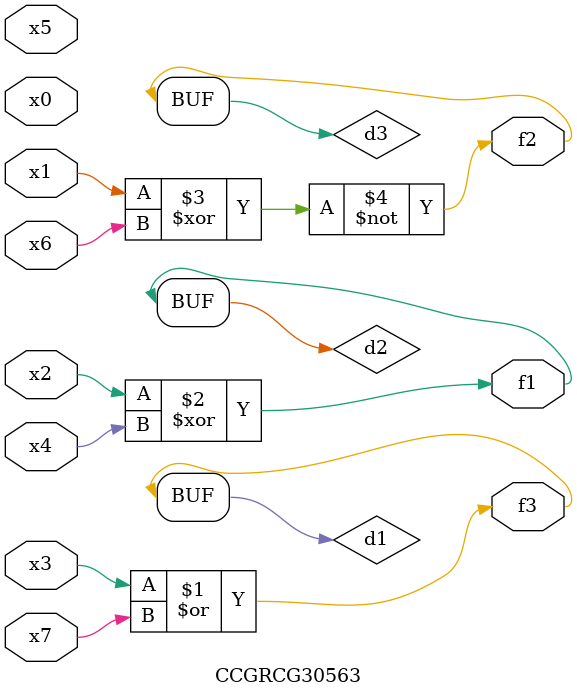
<source format=v>
module CCGRCG30563(
	input x0, x1, x2, x3, x4, x5, x6, x7,
	output f1, f2, f3
);

	wire d1, d2, d3;

	or (d1, x3, x7);
	xor (d2, x2, x4);
	xnor (d3, x1, x6);
	assign f1 = d2;
	assign f2 = d3;
	assign f3 = d1;
endmodule

</source>
